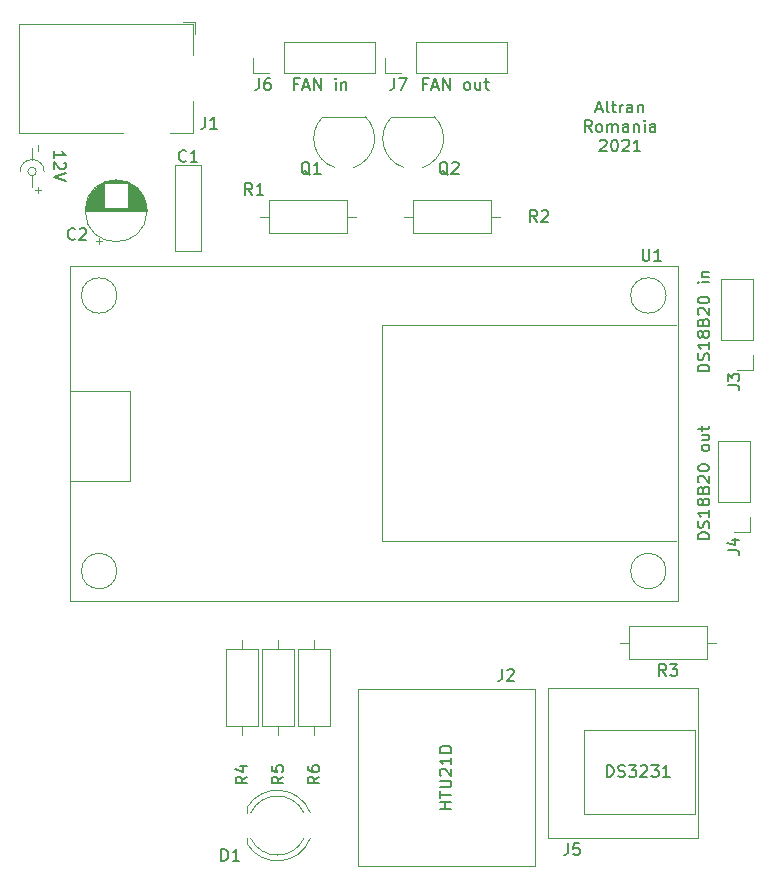
<source format=gbr>
%TF.GenerationSoftware,KiCad,Pcbnew,(5.1.9)-1*%
%TF.CreationDate,2021-07-15T08:49:35+03:00*%
%TF.ProjectId,SmartAirExchanger,536d6172-7441-4697-9245-786368616e67,rev?*%
%TF.SameCoordinates,PX6d01460PY68290a0*%
%TF.FileFunction,Legend,Top*%
%TF.FilePolarity,Positive*%
%FSLAX46Y46*%
G04 Gerber Fmt 4.6, Leading zero omitted, Abs format (unit mm)*
G04 Created by KiCad (PCBNEW (5.1.9)-1) date 2021-07-15 08:49:35*
%MOMM*%
%LPD*%
G01*
G04 APERTURE LIST*
%ADD10C,0.120000*%
%ADD11C,0.150000*%
%ADD12C,1.524000*%
%ADD13C,1.600000*%
%ADD14R,1.600000X1.600000*%
%ADD15R,3.500000X3.500000*%
%ADD16O,1.700000X1.700000*%
%ADD17R,1.700000X1.700000*%
%ADD18R,1.100000X1.800000*%
%ADD19O,1.600000X1.600000*%
%ADD20O,1.200000X2.000000*%
%ADD21R,1.524000X1.524000*%
%ADD22R,1.800000X1.800000*%
%ADD23C,1.800000*%
G04 APERTURE END LIST*
D10*
X3048000Y60706000D02*
X2540000Y60706000D01*
X2794000Y60960000D02*
X2794000Y60452000D01*
X2794000Y64516000D02*
X2794000Y64008000D01*
X2286000Y63246000D02*
X2286000Y64262000D01*
X2286000Y61870790D02*
X2286000Y60960000D01*
X2645210Y62230000D02*
G75*
G03*
X2645210Y62230000I-359210J0D01*
G01*
X1270000Y62230000D02*
G75*
G02*
X3302000Y62230000I1016000J0D01*
G01*
D11*
X50070000Y67523334D02*
X50546190Y67523334D01*
X49974761Y67237620D02*
X50308095Y68237620D01*
X50641428Y67237620D01*
X51117619Y67237620D02*
X51022380Y67285239D01*
X50974761Y67380477D01*
X50974761Y68237620D01*
X51355714Y67904286D02*
X51736666Y67904286D01*
X51498571Y68237620D02*
X51498571Y67380477D01*
X51546190Y67285239D01*
X51641428Y67237620D01*
X51736666Y67237620D01*
X52070000Y67237620D02*
X52070000Y67904286D01*
X52070000Y67713810D02*
X52117619Y67809048D01*
X52165238Y67856667D01*
X52260476Y67904286D01*
X52355714Y67904286D01*
X53117619Y67237620D02*
X53117619Y67761429D01*
X53070000Y67856667D01*
X52974761Y67904286D01*
X52784285Y67904286D01*
X52689047Y67856667D01*
X53117619Y67285239D02*
X53022380Y67237620D01*
X52784285Y67237620D01*
X52689047Y67285239D01*
X52641428Y67380477D01*
X52641428Y67475715D01*
X52689047Y67570953D01*
X52784285Y67618572D01*
X53022380Y67618572D01*
X53117619Y67666191D01*
X53593809Y67904286D02*
X53593809Y67237620D01*
X53593809Y67809048D02*
X53641428Y67856667D01*
X53736666Y67904286D01*
X53879523Y67904286D01*
X53974761Y67856667D01*
X54022380Y67761429D01*
X54022380Y67237620D01*
X49665238Y65587620D02*
X49331904Y66063810D01*
X49093809Y65587620D02*
X49093809Y66587620D01*
X49474761Y66587620D01*
X49570000Y66540000D01*
X49617619Y66492381D01*
X49665238Y66397143D01*
X49665238Y66254286D01*
X49617619Y66159048D01*
X49570000Y66111429D01*
X49474761Y66063810D01*
X49093809Y66063810D01*
X50236666Y65587620D02*
X50141428Y65635239D01*
X50093809Y65682858D01*
X50046190Y65778096D01*
X50046190Y66063810D01*
X50093809Y66159048D01*
X50141428Y66206667D01*
X50236666Y66254286D01*
X50379523Y66254286D01*
X50474761Y66206667D01*
X50522380Y66159048D01*
X50570000Y66063810D01*
X50570000Y65778096D01*
X50522380Y65682858D01*
X50474761Y65635239D01*
X50379523Y65587620D01*
X50236666Y65587620D01*
X50998571Y65587620D02*
X50998571Y66254286D01*
X50998571Y66159048D02*
X51046190Y66206667D01*
X51141428Y66254286D01*
X51284285Y66254286D01*
X51379523Y66206667D01*
X51427142Y66111429D01*
X51427142Y65587620D01*
X51427142Y66111429D02*
X51474761Y66206667D01*
X51570000Y66254286D01*
X51712857Y66254286D01*
X51808095Y66206667D01*
X51855714Y66111429D01*
X51855714Y65587620D01*
X52760476Y65587620D02*
X52760476Y66111429D01*
X52712857Y66206667D01*
X52617619Y66254286D01*
X52427142Y66254286D01*
X52331904Y66206667D01*
X52760476Y65635239D02*
X52665238Y65587620D01*
X52427142Y65587620D01*
X52331904Y65635239D01*
X52284285Y65730477D01*
X52284285Y65825715D01*
X52331904Y65920953D01*
X52427142Y65968572D01*
X52665238Y65968572D01*
X52760476Y66016191D01*
X53236666Y66254286D02*
X53236666Y65587620D01*
X53236666Y66159048D02*
X53284285Y66206667D01*
X53379523Y66254286D01*
X53522380Y66254286D01*
X53617619Y66206667D01*
X53665238Y66111429D01*
X53665238Y65587620D01*
X54141428Y65587620D02*
X54141428Y66254286D01*
X54141428Y66587620D02*
X54093809Y66540000D01*
X54141428Y66492381D01*
X54189047Y66540000D01*
X54141428Y66587620D01*
X54141428Y66492381D01*
X55046190Y65587620D02*
X55046190Y66111429D01*
X54998571Y66206667D01*
X54903333Y66254286D01*
X54712857Y66254286D01*
X54617619Y66206667D01*
X55046190Y65635239D02*
X54950952Y65587620D01*
X54712857Y65587620D01*
X54617619Y65635239D01*
X54570000Y65730477D01*
X54570000Y65825715D01*
X54617619Y65920953D01*
X54712857Y65968572D01*
X54950952Y65968572D01*
X55046190Y66016191D01*
X50355714Y64842381D02*
X50403333Y64890000D01*
X50498571Y64937620D01*
X50736666Y64937620D01*
X50831904Y64890000D01*
X50879523Y64842381D01*
X50927142Y64747143D01*
X50927142Y64651905D01*
X50879523Y64509048D01*
X50308095Y63937620D01*
X50927142Y63937620D01*
X51546190Y64937620D02*
X51641428Y64937620D01*
X51736666Y64890000D01*
X51784285Y64842381D01*
X51831904Y64747143D01*
X51879523Y64556667D01*
X51879523Y64318572D01*
X51831904Y64128096D01*
X51784285Y64032858D01*
X51736666Y63985239D01*
X51641428Y63937620D01*
X51546190Y63937620D01*
X51450952Y63985239D01*
X51403333Y64032858D01*
X51355714Y64128096D01*
X51308095Y64318572D01*
X51308095Y64556667D01*
X51355714Y64747143D01*
X51403333Y64842381D01*
X51450952Y64890000D01*
X51546190Y64937620D01*
X52260476Y64842381D02*
X52308095Y64890000D01*
X52403333Y64937620D01*
X52641428Y64937620D01*
X52736666Y64890000D01*
X52784285Y64842381D01*
X52831904Y64747143D01*
X52831904Y64651905D01*
X52784285Y64509048D01*
X52212857Y63937620D01*
X52831904Y63937620D01*
X53784285Y63937620D02*
X53212857Y63937620D01*
X53498571Y63937620D02*
X53498571Y64937620D01*
X53403333Y64794762D01*
X53308095Y64699524D01*
X53212857Y64651905D01*
X4119619Y63357048D02*
X4119619Y63928477D01*
X4119619Y63642762D02*
X5119619Y63642762D01*
X4976761Y63738000D01*
X4881523Y63833239D01*
X4833904Y63928477D01*
X5024380Y62976096D02*
X5072000Y62928477D01*
X5119619Y62833239D01*
X5119619Y62595143D01*
X5072000Y62499905D01*
X5024380Y62452286D01*
X4929142Y62404667D01*
X4833904Y62404667D01*
X4691047Y62452286D01*
X4119619Y63023715D01*
X4119619Y62404667D01*
X5119619Y62118953D02*
X4119619Y61785620D01*
X5119619Y61452286D01*
X59634380Y31099715D02*
X58634380Y31099715D01*
X58634380Y31337810D01*
X58682000Y31480667D01*
X58777238Y31575905D01*
X58872476Y31623524D01*
X59062952Y31671143D01*
X59205809Y31671143D01*
X59396285Y31623524D01*
X59491523Y31575905D01*
X59586761Y31480667D01*
X59634380Y31337810D01*
X59634380Y31099715D01*
X59586761Y32052096D02*
X59634380Y32194953D01*
X59634380Y32433048D01*
X59586761Y32528286D01*
X59539142Y32575905D01*
X59443904Y32623524D01*
X59348666Y32623524D01*
X59253428Y32575905D01*
X59205809Y32528286D01*
X59158190Y32433048D01*
X59110571Y32242572D01*
X59062952Y32147334D01*
X59015333Y32099715D01*
X58920095Y32052096D01*
X58824857Y32052096D01*
X58729619Y32099715D01*
X58682000Y32147334D01*
X58634380Y32242572D01*
X58634380Y32480667D01*
X58682000Y32623524D01*
X59634380Y33575905D02*
X59634380Y33004477D01*
X59634380Y33290191D02*
X58634380Y33290191D01*
X58777238Y33194953D01*
X58872476Y33099715D01*
X58920095Y33004477D01*
X59062952Y34147334D02*
X59015333Y34052096D01*
X58967714Y34004477D01*
X58872476Y33956858D01*
X58824857Y33956858D01*
X58729619Y34004477D01*
X58682000Y34052096D01*
X58634380Y34147334D01*
X58634380Y34337810D01*
X58682000Y34433048D01*
X58729619Y34480667D01*
X58824857Y34528286D01*
X58872476Y34528286D01*
X58967714Y34480667D01*
X59015333Y34433048D01*
X59062952Y34337810D01*
X59062952Y34147334D01*
X59110571Y34052096D01*
X59158190Y34004477D01*
X59253428Y33956858D01*
X59443904Y33956858D01*
X59539142Y34004477D01*
X59586761Y34052096D01*
X59634380Y34147334D01*
X59634380Y34337810D01*
X59586761Y34433048D01*
X59539142Y34480667D01*
X59443904Y34528286D01*
X59253428Y34528286D01*
X59158190Y34480667D01*
X59110571Y34433048D01*
X59062952Y34337810D01*
X59110571Y35290191D02*
X59158190Y35433048D01*
X59205809Y35480667D01*
X59301047Y35528286D01*
X59443904Y35528286D01*
X59539142Y35480667D01*
X59586761Y35433048D01*
X59634380Y35337810D01*
X59634380Y34956858D01*
X58634380Y34956858D01*
X58634380Y35290191D01*
X58682000Y35385429D01*
X58729619Y35433048D01*
X58824857Y35480667D01*
X58920095Y35480667D01*
X59015333Y35433048D01*
X59062952Y35385429D01*
X59110571Y35290191D01*
X59110571Y34956858D01*
X58729619Y35909239D02*
X58682000Y35956858D01*
X58634380Y36052096D01*
X58634380Y36290191D01*
X58682000Y36385429D01*
X58729619Y36433048D01*
X58824857Y36480667D01*
X58920095Y36480667D01*
X59062952Y36433048D01*
X59634380Y35861620D01*
X59634380Y36480667D01*
X58634380Y37099715D02*
X58634380Y37194953D01*
X58682000Y37290191D01*
X58729619Y37337810D01*
X58824857Y37385429D01*
X59015333Y37433048D01*
X59253428Y37433048D01*
X59443904Y37385429D01*
X59539142Y37337810D01*
X59586761Y37290191D01*
X59634380Y37194953D01*
X59634380Y37099715D01*
X59586761Y37004477D01*
X59539142Y36956858D01*
X59443904Y36909239D01*
X59253428Y36861620D01*
X59015333Y36861620D01*
X58824857Y36909239D01*
X58729619Y36956858D01*
X58682000Y37004477D01*
X58634380Y37099715D01*
X59634380Y38766381D02*
X59586761Y38671143D01*
X59539142Y38623524D01*
X59443904Y38575905D01*
X59158190Y38575905D01*
X59062952Y38623524D01*
X59015333Y38671143D01*
X58967714Y38766381D01*
X58967714Y38909239D01*
X59015333Y39004477D01*
X59062952Y39052096D01*
X59158190Y39099715D01*
X59443904Y39099715D01*
X59539142Y39052096D01*
X59586761Y39004477D01*
X59634380Y38909239D01*
X59634380Y38766381D01*
X58967714Y39956858D02*
X59634380Y39956858D01*
X58967714Y39528286D02*
X59491523Y39528286D01*
X59586761Y39575905D01*
X59634380Y39671143D01*
X59634380Y39814000D01*
X59586761Y39909239D01*
X59539142Y39956858D01*
X58967714Y40290191D02*
X58967714Y40671143D01*
X58634380Y40433048D02*
X59491523Y40433048D01*
X59586761Y40480667D01*
X59634380Y40575905D01*
X59634380Y40671143D01*
X59634380Y45315715D02*
X58634380Y45315715D01*
X58634380Y45553810D01*
X58682000Y45696667D01*
X58777238Y45791905D01*
X58872476Y45839524D01*
X59062952Y45887143D01*
X59205809Y45887143D01*
X59396285Y45839524D01*
X59491523Y45791905D01*
X59586761Y45696667D01*
X59634380Y45553810D01*
X59634380Y45315715D01*
X59586761Y46268096D02*
X59634380Y46410953D01*
X59634380Y46649048D01*
X59586761Y46744286D01*
X59539142Y46791905D01*
X59443904Y46839524D01*
X59348666Y46839524D01*
X59253428Y46791905D01*
X59205809Y46744286D01*
X59158190Y46649048D01*
X59110571Y46458572D01*
X59062952Y46363334D01*
X59015333Y46315715D01*
X58920095Y46268096D01*
X58824857Y46268096D01*
X58729619Y46315715D01*
X58682000Y46363334D01*
X58634380Y46458572D01*
X58634380Y46696667D01*
X58682000Y46839524D01*
X59634380Y47791905D02*
X59634380Y47220477D01*
X59634380Y47506191D02*
X58634380Y47506191D01*
X58777238Y47410953D01*
X58872476Y47315715D01*
X58920095Y47220477D01*
X59062952Y48363334D02*
X59015333Y48268096D01*
X58967714Y48220477D01*
X58872476Y48172858D01*
X58824857Y48172858D01*
X58729619Y48220477D01*
X58682000Y48268096D01*
X58634380Y48363334D01*
X58634380Y48553810D01*
X58682000Y48649048D01*
X58729619Y48696667D01*
X58824857Y48744286D01*
X58872476Y48744286D01*
X58967714Y48696667D01*
X59015333Y48649048D01*
X59062952Y48553810D01*
X59062952Y48363334D01*
X59110571Y48268096D01*
X59158190Y48220477D01*
X59253428Y48172858D01*
X59443904Y48172858D01*
X59539142Y48220477D01*
X59586761Y48268096D01*
X59634380Y48363334D01*
X59634380Y48553810D01*
X59586761Y48649048D01*
X59539142Y48696667D01*
X59443904Y48744286D01*
X59253428Y48744286D01*
X59158190Y48696667D01*
X59110571Y48649048D01*
X59062952Y48553810D01*
X59110571Y49506191D02*
X59158190Y49649048D01*
X59205809Y49696667D01*
X59301047Y49744286D01*
X59443904Y49744286D01*
X59539142Y49696667D01*
X59586761Y49649048D01*
X59634380Y49553810D01*
X59634380Y49172858D01*
X58634380Y49172858D01*
X58634380Y49506191D01*
X58682000Y49601429D01*
X58729619Y49649048D01*
X58824857Y49696667D01*
X58920095Y49696667D01*
X59015333Y49649048D01*
X59062952Y49601429D01*
X59110571Y49506191D01*
X59110571Y49172858D01*
X58729619Y50125239D02*
X58682000Y50172858D01*
X58634380Y50268096D01*
X58634380Y50506191D01*
X58682000Y50601429D01*
X58729619Y50649048D01*
X58824857Y50696667D01*
X58920095Y50696667D01*
X59062952Y50649048D01*
X59634380Y50077620D01*
X59634380Y50696667D01*
X58634380Y51315715D02*
X58634380Y51410953D01*
X58682000Y51506191D01*
X58729619Y51553810D01*
X58824857Y51601429D01*
X59015333Y51649048D01*
X59253428Y51649048D01*
X59443904Y51601429D01*
X59539142Y51553810D01*
X59586761Y51506191D01*
X59634380Y51410953D01*
X59634380Y51315715D01*
X59586761Y51220477D01*
X59539142Y51172858D01*
X59443904Y51125239D01*
X59253428Y51077620D01*
X59015333Y51077620D01*
X58824857Y51125239D01*
X58729619Y51172858D01*
X58682000Y51220477D01*
X58634380Y51315715D01*
X59634380Y52839524D02*
X58967714Y52839524D01*
X58634380Y52839524D02*
X58682000Y52791905D01*
X58729619Y52839524D01*
X58682000Y52887143D01*
X58634380Y52839524D01*
X58729619Y52839524D01*
X58967714Y53315715D02*
X59634380Y53315715D01*
X59062952Y53315715D02*
X59015333Y53363334D01*
X58967714Y53458572D01*
X58967714Y53601429D01*
X59015333Y53696667D01*
X59110571Y53744286D01*
X59634380Y53744286D01*
X35719047Y69667429D02*
X35385714Y69667429D01*
X35385714Y69143620D02*
X35385714Y70143620D01*
X35861904Y70143620D01*
X36195238Y69429334D02*
X36671428Y69429334D01*
X36100000Y69143620D02*
X36433333Y70143620D01*
X36766666Y69143620D01*
X37100000Y69143620D02*
X37100000Y70143620D01*
X37671428Y69143620D01*
X37671428Y70143620D01*
X39052380Y69143620D02*
X38957142Y69191239D01*
X38909523Y69238858D01*
X38861904Y69334096D01*
X38861904Y69619810D01*
X38909523Y69715048D01*
X38957142Y69762667D01*
X39052380Y69810286D01*
X39195238Y69810286D01*
X39290476Y69762667D01*
X39338095Y69715048D01*
X39385714Y69619810D01*
X39385714Y69334096D01*
X39338095Y69238858D01*
X39290476Y69191239D01*
X39195238Y69143620D01*
X39052380Y69143620D01*
X40242857Y69810286D02*
X40242857Y69143620D01*
X39814285Y69810286D02*
X39814285Y69286477D01*
X39861904Y69191239D01*
X39957142Y69143620D01*
X40100000Y69143620D01*
X40195238Y69191239D01*
X40242857Y69238858D01*
X40576190Y69810286D02*
X40957142Y69810286D01*
X40719047Y70143620D02*
X40719047Y69286477D01*
X40766666Y69191239D01*
X40861904Y69143620D01*
X40957142Y69143620D01*
X24789047Y69667429D02*
X24455714Y69667429D01*
X24455714Y69143620D02*
X24455714Y70143620D01*
X24931904Y70143620D01*
X25265238Y69429334D02*
X25741428Y69429334D01*
X25170000Y69143620D02*
X25503333Y70143620D01*
X25836666Y69143620D01*
X26170000Y69143620D02*
X26170000Y70143620D01*
X26741428Y69143620D01*
X26741428Y70143620D01*
X27979523Y69143620D02*
X27979523Y69810286D01*
X27979523Y70143620D02*
X27931904Y70096000D01*
X27979523Y70048381D01*
X28027142Y70096000D01*
X27979523Y70143620D01*
X27979523Y70048381D01*
X28455714Y69810286D02*
X28455714Y69143620D01*
X28455714Y69715048D02*
X28503333Y69762667D01*
X28598571Y69810286D01*
X28741428Y69810286D01*
X28836666Y69762667D01*
X28884285Y69667429D01*
X28884285Y69143620D01*
D10*
%TO.C,J2*%
X44838000Y3422000D02*
X44838000Y18422000D01*
X44838000Y18422000D02*
X29838000Y18422000D01*
X44838000Y3422000D02*
X29838000Y3422000D01*
X29838000Y3422000D02*
X29838000Y18422000D01*
%TO.C,C1*%
X14374000Y62762000D02*
X16614000Y62762000D01*
X14374000Y55522000D02*
X16614000Y55522000D01*
X16614000Y55522000D02*
X16614000Y62762000D01*
X14374000Y55522000D02*
X14374000Y62762000D01*
%TO.C,C2*%
X7673000Y56353225D02*
X8173000Y56353225D01*
X7923000Y56103225D02*
X7923000Y56603225D01*
X9114000Y61509000D02*
X9682000Y61509000D01*
X8880000Y61469000D02*
X9916000Y61469000D01*
X8721000Y61429000D02*
X10075000Y61429000D01*
X8593000Y61389000D02*
X10203000Y61389000D01*
X8483000Y61349000D02*
X10313000Y61349000D01*
X8387000Y61309000D02*
X10409000Y61309000D01*
X8300000Y61269000D02*
X10496000Y61269000D01*
X8220000Y61229000D02*
X10576000Y61229000D01*
X10438000Y61189000D02*
X10649000Y61189000D01*
X8147000Y61189000D02*
X8358000Y61189000D01*
X10438000Y61149000D02*
X10717000Y61149000D01*
X8079000Y61149000D02*
X8358000Y61149000D01*
X10438000Y61109000D02*
X10781000Y61109000D01*
X8015000Y61109000D02*
X8358000Y61109000D01*
X10438000Y61069000D02*
X10841000Y61069000D01*
X7955000Y61069000D02*
X8358000Y61069000D01*
X10438000Y61029000D02*
X10898000Y61029000D01*
X7898000Y61029000D02*
X8358000Y61029000D01*
X10438000Y60989000D02*
X10952000Y60989000D01*
X7844000Y60989000D02*
X8358000Y60989000D01*
X10438000Y60949000D02*
X11003000Y60949000D01*
X7793000Y60949000D02*
X8358000Y60949000D01*
X10438000Y60909000D02*
X11051000Y60909000D01*
X7745000Y60909000D02*
X8358000Y60909000D01*
X10438000Y60869000D02*
X11097000Y60869000D01*
X7699000Y60869000D02*
X8358000Y60869000D01*
X10438000Y60829000D02*
X11141000Y60829000D01*
X7655000Y60829000D02*
X8358000Y60829000D01*
X10438000Y60789000D02*
X11183000Y60789000D01*
X7613000Y60789000D02*
X8358000Y60789000D01*
X10438000Y60749000D02*
X11224000Y60749000D01*
X7572000Y60749000D02*
X8358000Y60749000D01*
X10438000Y60709000D02*
X11262000Y60709000D01*
X7534000Y60709000D02*
X8358000Y60709000D01*
X10438000Y60669000D02*
X11299000Y60669000D01*
X7497000Y60669000D02*
X8358000Y60669000D01*
X10438000Y60629000D02*
X11335000Y60629000D01*
X7461000Y60629000D02*
X8358000Y60629000D01*
X10438000Y60589000D02*
X11369000Y60589000D01*
X7427000Y60589000D02*
X8358000Y60589000D01*
X10438000Y60549000D02*
X11402000Y60549000D01*
X7394000Y60549000D02*
X8358000Y60549000D01*
X10438000Y60509000D02*
X11433000Y60509000D01*
X7363000Y60509000D02*
X8358000Y60509000D01*
X10438000Y60469000D02*
X11463000Y60469000D01*
X7333000Y60469000D02*
X8358000Y60469000D01*
X10438000Y60429000D02*
X11493000Y60429000D01*
X7303000Y60429000D02*
X8358000Y60429000D01*
X10438000Y60389000D02*
X11520000Y60389000D01*
X7276000Y60389000D02*
X8358000Y60389000D01*
X10438000Y60349000D02*
X11547000Y60349000D01*
X7249000Y60349000D02*
X8358000Y60349000D01*
X10438000Y60309000D02*
X11573000Y60309000D01*
X7223000Y60309000D02*
X8358000Y60309000D01*
X10438000Y60269000D02*
X11598000Y60269000D01*
X7198000Y60269000D02*
X8358000Y60269000D01*
X10438000Y60229000D02*
X11622000Y60229000D01*
X7174000Y60229000D02*
X8358000Y60229000D01*
X10438000Y60189000D02*
X11645000Y60189000D01*
X7151000Y60189000D02*
X8358000Y60189000D01*
X10438000Y60149000D02*
X11666000Y60149000D01*
X7130000Y60149000D02*
X8358000Y60149000D01*
X10438000Y60109000D02*
X11688000Y60109000D01*
X7108000Y60109000D02*
X8358000Y60109000D01*
X10438000Y60069000D02*
X11708000Y60069000D01*
X7088000Y60069000D02*
X8358000Y60069000D01*
X10438000Y60029000D02*
X11727000Y60029000D01*
X7069000Y60029000D02*
X8358000Y60029000D01*
X10438000Y59989000D02*
X11746000Y59989000D01*
X7050000Y59989000D02*
X8358000Y59989000D01*
X10438000Y59949000D02*
X11763000Y59949000D01*
X7033000Y59949000D02*
X8358000Y59949000D01*
X10438000Y59909000D02*
X11780000Y59909000D01*
X7016000Y59909000D02*
X8358000Y59909000D01*
X10438000Y59869000D02*
X11796000Y59869000D01*
X7000000Y59869000D02*
X8358000Y59869000D01*
X10438000Y59829000D02*
X11812000Y59829000D01*
X6984000Y59829000D02*
X8358000Y59829000D01*
X10438000Y59789000D02*
X11826000Y59789000D01*
X6970000Y59789000D02*
X8358000Y59789000D01*
X10438000Y59749000D02*
X11840000Y59749000D01*
X6956000Y59749000D02*
X8358000Y59749000D01*
X10438000Y59709000D02*
X11853000Y59709000D01*
X6943000Y59709000D02*
X8358000Y59709000D01*
X10438000Y59669000D02*
X11866000Y59669000D01*
X6930000Y59669000D02*
X8358000Y59669000D01*
X10438000Y59629000D02*
X11878000Y59629000D01*
X6918000Y59629000D02*
X8358000Y59629000D01*
X10438000Y59588000D02*
X11889000Y59588000D01*
X6907000Y59588000D02*
X8358000Y59588000D01*
X10438000Y59548000D02*
X11899000Y59548000D01*
X6897000Y59548000D02*
X8358000Y59548000D01*
X10438000Y59508000D02*
X11909000Y59508000D01*
X6887000Y59508000D02*
X8358000Y59508000D01*
X10438000Y59468000D02*
X11918000Y59468000D01*
X6878000Y59468000D02*
X8358000Y59468000D01*
X10438000Y59428000D02*
X11926000Y59428000D01*
X6870000Y59428000D02*
X8358000Y59428000D01*
X10438000Y59388000D02*
X11934000Y59388000D01*
X6862000Y59388000D02*
X8358000Y59388000D01*
X10438000Y59348000D02*
X11941000Y59348000D01*
X6855000Y59348000D02*
X8358000Y59348000D01*
X10438000Y59308000D02*
X11948000Y59308000D01*
X6848000Y59308000D02*
X8358000Y59308000D01*
X10438000Y59268000D02*
X11954000Y59268000D01*
X6842000Y59268000D02*
X8358000Y59268000D01*
X10438000Y59228000D02*
X11959000Y59228000D01*
X6837000Y59228000D02*
X8358000Y59228000D01*
X10438000Y59188000D02*
X11963000Y59188000D01*
X6833000Y59188000D02*
X8358000Y59188000D01*
X10438000Y59148000D02*
X11967000Y59148000D01*
X6829000Y59148000D02*
X8358000Y59148000D01*
X6825000Y59108000D02*
X11971000Y59108000D01*
X6822000Y59068000D02*
X11974000Y59068000D01*
X6820000Y59028000D02*
X11976000Y59028000D01*
X6819000Y58988000D02*
X11977000Y58988000D01*
X6818000Y58948000D02*
X11978000Y58948000D01*
X6818000Y58908000D02*
X11978000Y58908000D01*
X12018000Y58908000D02*
G75*
G03*
X12018000Y58908000I-2620000J0D01*
G01*
%TO.C,J1*%
X15886000Y74704000D02*
X15886000Y72104000D01*
X1186000Y74704000D02*
X15886000Y74704000D01*
X15886000Y65504000D02*
X13986000Y65504000D01*
X15886000Y68204000D02*
X15886000Y65504000D01*
X1186000Y65504000D02*
X1186000Y74704000D01*
X9986000Y65504000D02*
X1186000Y65504000D01*
X15036000Y74904000D02*
X16086000Y74904000D01*
X16086000Y73854000D02*
X16086000Y74904000D01*
%TO.C,J3*%
X63306000Y53146000D02*
X60646000Y53146000D01*
X63306000Y48006000D02*
X63306000Y53146000D01*
X60646000Y48006000D02*
X60646000Y53146000D01*
X63306000Y48006000D02*
X60646000Y48006000D01*
X63306000Y46736000D02*
X63306000Y45406000D01*
X63306000Y45406000D02*
X61976000Y45406000D01*
%TO.C,J4*%
X63052000Y31690000D02*
X61722000Y31690000D01*
X63052000Y33020000D02*
X63052000Y31690000D01*
X63052000Y34290000D02*
X60392000Y34290000D01*
X60392000Y34290000D02*
X60392000Y39430000D01*
X63052000Y34290000D02*
X63052000Y39430000D01*
X63052000Y39430000D02*
X60392000Y39430000D01*
%TO.C,Q1*%
X30502000Y66874000D02*
X26902000Y66874000D01*
X30513875Y66865741D02*
G75*
G02*
X29522000Y62574000I-1811875J-1841741D01*
G01*
X26893555Y66851684D02*
G75*
G03*
X27922000Y62574000I1808445J-1827684D01*
G01*
%TO.C,Q2*%
X36344000Y66874000D02*
X32744000Y66874000D01*
X32735555Y66851684D02*
G75*
G03*
X33764000Y62574000I1808445J-1827684D01*
G01*
X36355875Y66865741D02*
G75*
G02*
X35364000Y62574000I-1811875J-1841741D01*
G01*
%TO.C,R1*%
X21614000Y58420000D02*
X22384000Y58420000D01*
X29694000Y58420000D02*
X28924000Y58420000D01*
X22384000Y57050000D02*
X28924000Y57050000D01*
X22384000Y59790000D02*
X22384000Y57050000D01*
X28924000Y59790000D02*
X22384000Y59790000D01*
X28924000Y57050000D02*
X28924000Y59790000D01*
%TO.C,R2*%
X34576000Y59790000D02*
X34576000Y57050000D01*
X34576000Y57050000D02*
X41116000Y57050000D01*
X41116000Y57050000D02*
X41116000Y59790000D01*
X41116000Y59790000D02*
X34576000Y59790000D01*
X33806000Y58420000D02*
X34576000Y58420000D01*
X41886000Y58420000D02*
X41116000Y58420000D01*
%TO.C,R3*%
X52094000Y22352000D02*
X52864000Y22352000D01*
X60174000Y22352000D02*
X59404000Y22352000D01*
X52864000Y20982000D02*
X59404000Y20982000D01*
X52864000Y23722000D02*
X52864000Y20982000D01*
X59404000Y23722000D02*
X52864000Y23722000D01*
X59404000Y20982000D02*
X59404000Y23722000D01*
%TO.C,R4*%
X18696000Y15272000D02*
X21436000Y15272000D01*
X21436000Y15272000D02*
X21436000Y21812000D01*
X21436000Y21812000D02*
X18696000Y21812000D01*
X18696000Y21812000D02*
X18696000Y15272000D01*
X20066000Y14502000D02*
X20066000Y15272000D01*
X20066000Y22582000D02*
X20066000Y21812000D01*
%TO.C,R5*%
X23114000Y22582000D02*
X23114000Y21812000D01*
X23114000Y14502000D02*
X23114000Y15272000D01*
X21744000Y21812000D02*
X21744000Y15272000D01*
X24484000Y21812000D02*
X21744000Y21812000D01*
X24484000Y15272000D02*
X24484000Y21812000D01*
X21744000Y15272000D02*
X24484000Y15272000D01*
%TO.C,R6*%
X24792000Y15272000D02*
X27532000Y15272000D01*
X27532000Y15272000D02*
X27532000Y21812000D01*
X27532000Y21812000D02*
X24792000Y21812000D01*
X24792000Y21812000D02*
X24792000Y15272000D01*
X26162000Y14502000D02*
X26162000Y15272000D01*
X26162000Y22582000D02*
X26162000Y21812000D01*
%TO.C,U1*%
X10541000Y36068000D02*
X5461000Y36068000D01*
X10541000Y43688000D02*
X10541000Y36068000D01*
X5461000Y43688000D02*
X10541000Y43688000D01*
X31877000Y30988000D02*
X56769000Y30988000D01*
X31877000Y49276000D02*
X31877000Y30988000D01*
X56769000Y49276000D02*
X31877000Y49276000D01*
X5461000Y25908000D02*
X56961000Y25908000D01*
X56961000Y25908000D02*
X56961000Y54208000D01*
X56961000Y54238000D02*
X5461000Y54238000D01*
X5461000Y54238000D02*
X5461000Y25908000D01*
X9461000Y51738000D02*
G75*
G03*
X9461000Y51738000I-1500000J0D01*
G01*
X9461000Y28408000D02*
G75*
G03*
X9461000Y28408000I-1500000J0D01*
G01*
X55961000Y51738000D02*
G75*
G03*
X55961000Y51738000I-1500000J0D01*
G01*
X55961000Y28408000D02*
G75*
G03*
X55961000Y28408000I-1500000J0D01*
G01*
%TO.C,J6*%
X31302000Y70552000D02*
X31302000Y73212000D01*
X23622000Y70552000D02*
X31302000Y70552000D01*
X23622000Y73212000D02*
X31302000Y73212000D01*
X23622000Y70552000D02*
X23622000Y73212000D01*
X22352000Y70552000D02*
X21022000Y70552000D01*
X21022000Y70552000D02*
X21022000Y71882000D01*
%TO.C,J7*%
X32198000Y70552000D02*
X32198000Y71882000D01*
X33528000Y70552000D02*
X32198000Y70552000D01*
X34798000Y70552000D02*
X34798000Y73212000D01*
X34798000Y73212000D02*
X42478000Y73212000D01*
X34798000Y70552000D02*
X42478000Y70552000D01*
X42478000Y70552000D02*
X42478000Y73212000D01*
%TO.C,J5*%
X45974000Y5842000D02*
X58674000Y5842000D01*
X58674000Y5842000D02*
X58674000Y18542000D01*
X58674000Y18542000D02*
X45974000Y18542000D01*
X45974000Y18542000D02*
X45974000Y5842000D01*
X49022000Y14986000D02*
X49022000Y7874000D01*
X49022000Y7874000D02*
X58420000Y7874000D01*
X58420000Y7874000D02*
X58420000Y14986000D01*
X58420000Y14986000D02*
X49022000Y14986000D01*
%TO.C,D1*%
X20490500Y8403000D02*
X20490500Y7938000D01*
X20490500Y5778000D02*
X20490500Y5313000D01*
X25838315Y7938827D02*
G75*
G03*
X20490500Y8402830I-2787815J-1080827D01*
G01*
X25838315Y5777173D02*
G75*
G02*
X20490500Y5313170I-2787815J1080827D01*
G01*
X25304979Y7938429D02*
G75*
G03*
X20795816Y7938000I-2254479J-1080429D01*
G01*
X25304979Y5777571D02*
G75*
G02*
X20795816Y5778000I-2254479J1080429D01*
G01*
%TO.C,J2*%
D11*
X42084666Y20105620D02*
X42084666Y19391334D01*
X42037047Y19248477D01*
X41941809Y19153239D01*
X41798952Y19105620D01*
X41703714Y19105620D01*
X42513238Y20010381D02*
X42560857Y20058000D01*
X42656095Y20105620D01*
X42894190Y20105620D01*
X42989428Y20058000D01*
X43037047Y20010381D01*
X43084666Y19915143D01*
X43084666Y19819905D01*
X43037047Y19677048D01*
X42465619Y19105620D01*
X43084666Y19105620D01*
X37790380Y8279143D02*
X36790380Y8279143D01*
X37266571Y8279143D02*
X37266571Y8850572D01*
X37790380Y8850572D02*
X36790380Y8850572D01*
X36790380Y9183905D02*
X36790380Y9755334D01*
X37790380Y9469620D02*
X36790380Y9469620D01*
X36790380Y10088667D02*
X37599904Y10088667D01*
X37695142Y10136286D01*
X37742761Y10183905D01*
X37790380Y10279143D01*
X37790380Y10469620D01*
X37742761Y10564858D01*
X37695142Y10612477D01*
X37599904Y10660096D01*
X36790380Y10660096D01*
X36885619Y11088667D02*
X36838000Y11136286D01*
X36790380Y11231524D01*
X36790380Y11469620D01*
X36838000Y11564858D01*
X36885619Y11612477D01*
X36980857Y11660096D01*
X37076095Y11660096D01*
X37218952Y11612477D01*
X37790380Y11041048D01*
X37790380Y11660096D01*
X37790380Y12612477D02*
X37790380Y12041048D01*
X37790380Y12326762D02*
X36790380Y12326762D01*
X36933238Y12231524D01*
X37028476Y12136286D01*
X37076095Y12041048D01*
X37790380Y13041048D02*
X36790380Y13041048D01*
X36790380Y13279143D01*
X36838000Y13422000D01*
X36933238Y13517239D01*
X37028476Y13564858D01*
X37218952Y13612477D01*
X37361809Y13612477D01*
X37552285Y13564858D01*
X37647523Y13517239D01*
X37742761Y13422000D01*
X37790380Y13279143D01*
X37790380Y13041048D01*
%TO.C,C1*%
X15327333Y63142858D02*
X15279714Y63095239D01*
X15136857Y63047620D01*
X15041619Y63047620D01*
X14898761Y63095239D01*
X14803523Y63190477D01*
X14755904Y63285715D01*
X14708285Y63476191D01*
X14708285Y63619048D01*
X14755904Y63809524D01*
X14803523Y63904762D01*
X14898761Y64000000D01*
X15041619Y64047620D01*
X15136857Y64047620D01*
X15279714Y64000000D01*
X15327333Y63952381D01*
X16279714Y63047620D02*
X15708285Y63047620D01*
X15994000Y63047620D02*
X15994000Y64047620D01*
X15898761Y63904762D01*
X15803523Y63809524D01*
X15708285Y63761905D01*
%TO.C,C2*%
X5929333Y56538858D02*
X5881714Y56491239D01*
X5738857Y56443620D01*
X5643619Y56443620D01*
X5500761Y56491239D01*
X5405523Y56586477D01*
X5357904Y56681715D01*
X5310285Y56872191D01*
X5310285Y57015048D01*
X5357904Y57205524D01*
X5405523Y57300762D01*
X5500761Y57396000D01*
X5643619Y57443620D01*
X5738857Y57443620D01*
X5881714Y57396000D01*
X5929333Y57348381D01*
X6310285Y57348381D02*
X6357904Y57396000D01*
X6453142Y57443620D01*
X6691238Y57443620D01*
X6786476Y57396000D01*
X6834095Y57348381D01*
X6881714Y57253143D01*
X6881714Y57157905D01*
X6834095Y57015048D01*
X6262666Y56443620D01*
X6881714Y56443620D01*
%TO.C,J1*%
X16938666Y66841620D02*
X16938666Y66127334D01*
X16891047Y65984477D01*
X16795809Y65889239D01*
X16652952Y65841620D01*
X16557714Y65841620D01*
X17938666Y65841620D02*
X17367238Y65841620D01*
X17652952Y65841620D02*
X17652952Y66841620D01*
X17557714Y66698762D01*
X17462476Y66603524D01*
X17367238Y66555905D01*
%TO.C,J3*%
X61174380Y44116667D02*
X61888666Y44116667D01*
X62031523Y44069048D01*
X62126761Y43973810D01*
X62174380Y43830953D01*
X62174380Y43735715D01*
X61174380Y44497620D02*
X61174380Y45116667D01*
X61555333Y44783334D01*
X61555333Y44926191D01*
X61602952Y45021429D01*
X61650571Y45069048D01*
X61745809Y45116667D01*
X61983904Y45116667D01*
X62079142Y45069048D01*
X62126761Y45021429D01*
X62174380Y44926191D01*
X62174380Y44640477D01*
X62126761Y44545239D01*
X62079142Y44497620D01*
%TO.C,J4*%
X61174380Y30146667D02*
X61888666Y30146667D01*
X62031523Y30099048D01*
X62126761Y30003810D01*
X62174380Y29860953D01*
X62174380Y29765715D01*
X61507714Y31051429D02*
X62174380Y31051429D01*
X61126761Y30813334D02*
X61841047Y30575239D01*
X61841047Y31194286D01*
%TO.C,Q1*%
X25812761Y61936381D02*
X25717523Y61984000D01*
X25622285Y62079239D01*
X25479428Y62222096D01*
X25384190Y62269715D01*
X25288952Y62269715D01*
X25336571Y62031620D02*
X25241333Y62079239D01*
X25146095Y62174477D01*
X25098476Y62364953D01*
X25098476Y62698286D01*
X25146095Y62888762D01*
X25241333Y62984000D01*
X25336571Y63031620D01*
X25527047Y63031620D01*
X25622285Y62984000D01*
X25717523Y62888762D01*
X25765142Y62698286D01*
X25765142Y62364953D01*
X25717523Y62174477D01*
X25622285Y62079239D01*
X25527047Y62031620D01*
X25336571Y62031620D01*
X26717523Y62031620D02*
X26146095Y62031620D01*
X26431809Y62031620D02*
X26431809Y63031620D01*
X26336571Y62888762D01*
X26241333Y62793524D01*
X26146095Y62745905D01*
%TO.C,Q2*%
X37496761Y61936381D02*
X37401523Y61984000D01*
X37306285Y62079239D01*
X37163428Y62222096D01*
X37068190Y62269715D01*
X36972952Y62269715D01*
X37020571Y62031620D02*
X36925333Y62079239D01*
X36830095Y62174477D01*
X36782476Y62364953D01*
X36782476Y62698286D01*
X36830095Y62888762D01*
X36925333Y62984000D01*
X37020571Y63031620D01*
X37211047Y63031620D01*
X37306285Y62984000D01*
X37401523Y62888762D01*
X37449142Y62698286D01*
X37449142Y62364953D01*
X37401523Y62174477D01*
X37306285Y62079239D01*
X37211047Y62031620D01*
X37020571Y62031620D01*
X37830095Y62936381D02*
X37877714Y62984000D01*
X37972952Y63031620D01*
X38211047Y63031620D01*
X38306285Y62984000D01*
X38353904Y62936381D01*
X38401523Y62841143D01*
X38401523Y62745905D01*
X38353904Y62603048D01*
X37782476Y62031620D01*
X38401523Y62031620D01*
%TO.C,R1*%
X20915333Y60253620D02*
X20582000Y60729810D01*
X20343904Y60253620D02*
X20343904Y61253620D01*
X20724857Y61253620D01*
X20820095Y61206000D01*
X20867714Y61158381D01*
X20915333Y61063143D01*
X20915333Y60920286D01*
X20867714Y60825048D01*
X20820095Y60777429D01*
X20724857Y60729810D01*
X20343904Y60729810D01*
X21867714Y60253620D02*
X21296285Y60253620D01*
X21582000Y60253620D02*
X21582000Y61253620D01*
X21486761Y61110762D01*
X21391523Y61015524D01*
X21296285Y60967905D01*
%TO.C,R2*%
X45045333Y57967620D02*
X44712000Y58443810D01*
X44473904Y57967620D02*
X44473904Y58967620D01*
X44854857Y58967620D01*
X44950095Y58920000D01*
X44997714Y58872381D01*
X45045333Y58777143D01*
X45045333Y58634286D01*
X44997714Y58539048D01*
X44950095Y58491429D01*
X44854857Y58443810D01*
X44473904Y58443810D01*
X45426285Y58872381D02*
X45473904Y58920000D01*
X45569142Y58967620D01*
X45807238Y58967620D01*
X45902476Y58920000D01*
X45950095Y58872381D01*
X45997714Y58777143D01*
X45997714Y58681905D01*
X45950095Y58539048D01*
X45378666Y57967620D01*
X45997714Y57967620D01*
%TO.C,R3*%
X55967333Y19529620D02*
X55634000Y20005810D01*
X55395904Y19529620D02*
X55395904Y20529620D01*
X55776857Y20529620D01*
X55872095Y20482000D01*
X55919714Y20434381D01*
X55967333Y20339143D01*
X55967333Y20196286D01*
X55919714Y20101048D01*
X55872095Y20053429D01*
X55776857Y20005810D01*
X55395904Y20005810D01*
X56300666Y20529620D02*
X56919714Y20529620D01*
X56586380Y20148667D01*
X56729238Y20148667D01*
X56824476Y20101048D01*
X56872095Y20053429D01*
X56919714Y19958191D01*
X56919714Y19720096D01*
X56872095Y19624858D01*
X56824476Y19577239D01*
X56729238Y19529620D01*
X56443523Y19529620D01*
X56348285Y19577239D01*
X56300666Y19624858D01*
%TO.C,R4*%
X20518380Y11009334D02*
X20042190Y10676000D01*
X20518380Y10437905D02*
X19518380Y10437905D01*
X19518380Y10818858D01*
X19566000Y10914096D01*
X19613619Y10961715D01*
X19708857Y11009334D01*
X19851714Y11009334D01*
X19946952Y10961715D01*
X19994571Y10914096D01*
X20042190Y10818858D01*
X20042190Y10437905D01*
X19851714Y11866477D02*
X20518380Y11866477D01*
X19470761Y11628381D02*
X20185047Y11390286D01*
X20185047Y12009334D01*
%TO.C,R5*%
X23566380Y11009334D02*
X23090190Y10676000D01*
X23566380Y10437905D02*
X22566380Y10437905D01*
X22566380Y10818858D01*
X22614000Y10914096D01*
X22661619Y10961715D01*
X22756857Y11009334D01*
X22899714Y11009334D01*
X22994952Y10961715D01*
X23042571Y10914096D01*
X23090190Y10818858D01*
X23090190Y10437905D01*
X22566380Y11914096D02*
X22566380Y11437905D01*
X23042571Y11390286D01*
X22994952Y11437905D01*
X22947333Y11533143D01*
X22947333Y11771239D01*
X22994952Y11866477D01*
X23042571Y11914096D01*
X23137809Y11961715D01*
X23375904Y11961715D01*
X23471142Y11914096D01*
X23518761Y11866477D01*
X23566380Y11771239D01*
X23566380Y11533143D01*
X23518761Y11437905D01*
X23471142Y11390286D01*
%TO.C,R6*%
X26614380Y11009334D02*
X26138190Y10676000D01*
X26614380Y10437905D02*
X25614380Y10437905D01*
X25614380Y10818858D01*
X25662000Y10914096D01*
X25709619Y10961715D01*
X25804857Y11009334D01*
X25947714Y11009334D01*
X26042952Y10961715D01*
X26090571Y10914096D01*
X26138190Y10818858D01*
X26138190Y10437905D01*
X25614380Y11866477D02*
X25614380Y11676000D01*
X25662000Y11580762D01*
X25709619Y11533143D01*
X25852476Y11437905D01*
X26042952Y11390286D01*
X26423904Y11390286D01*
X26519142Y11437905D01*
X26566761Y11485524D01*
X26614380Y11580762D01*
X26614380Y11771239D01*
X26566761Y11866477D01*
X26519142Y11914096D01*
X26423904Y11961715D01*
X26185809Y11961715D01*
X26090571Y11914096D01*
X26042952Y11866477D01*
X25995333Y11771239D01*
X25995333Y11580762D01*
X26042952Y11485524D01*
X26090571Y11437905D01*
X26185809Y11390286D01*
%TO.C,U1*%
X53975095Y55665620D02*
X53975095Y54856096D01*
X54022714Y54760858D01*
X54070333Y54713239D01*
X54165571Y54665620D01*
X54356047Y54665620D01*
X54451285Y54713239D01*
X54498904Y54760858D01*
X54546523Y54856096D01*
X54546523Y55665620D01*
X55546523Y54665620D02*
X54975095Y54665620D01*
X55260809Y54665620D02*
X55260809Y55665620D01*
X55165571Y55522762D01*
X55070333Y55427524D01*
X54975095Y55379905D01*
%TO.C,J6*%
X21510666Y70143620D02*
X21510666Y69429334D01*
X21463047Y69286477D01*
X21367809Y69191239D01*
X21224952Y69143620D01*
X21129714Y69143620D01*
X22415428Y70143620D02*
X22224952Y70143620D01*
X22129714Y70096000D01*
X22082095Y70048381D01*
X21986857Y69905524D01*
X21939238Y69715048D01*
X21939238Y69334096D01*
X21986857Y69238858D01*
X22034476Y69191239D01*
X22129714Y69143620D01*
X22320190Y69143620D01*
X22415428Y69191239D01*
X22463047Y69238858D01*
X22510666Y69334096D01*
X22510666Y69572191D01*
X22463047Y69667429D01*
X22415428Y69715048D01*
X22320190Y69762667D01*
X22129714Y69762667D01*
X22034476Y69715048D01*
X21986857Y69667429D01*
X21939238Y69572191D01*
%TO.C,J7*%
X32940666Y70143620D02*
X32940666Y69429334D01*
X32893047Y69286477D01*
X32797809Y69191239D01*
X32654952Y69143620D01*
X32559714Y69143620D01*
X33321619Y70143620D02*
X33988285Y70143620D01*
X33559714Y69143620D01*
%TO.C,J5*%
X47672666Y5373620D02*
X47672666Y4659334D01*
X47625047Y4516477D01*
X47529809Y4421239D01*
X47386952Y4373620D01*
X47291714Y4373620D01*
X48625047Y5373620D02*
X48148857Y5373620D01*
X48101238Y4897429D01*
X48148857Y4945048D01*
X48244095Y4992667D01*
X48482190Y4992667D01*
X48577428Y4945048D01*
X48625047Y4897429D01*
X48672666Y4802191D01*
X48672666Y4564096D01*
X48625047Y4468858D01*
X48577428Y4421239D01*
X48482190Y4373620D01*
X48244095Y4373620D01*
X48148857Y4421239D01*
X48101238Y4468858D01*
X50951142Y10977620D02*
X50951142Y11977620D01*
X51189238Y11977620D01*
X51332095Y11930000D01*
X51427333Y11834762D01*
X51474952Y11739524D01*
X51522571Y11549048D01*
X51522571Y11406191D01*
X51474952Y11215715D01*
X51427333Y11120477D01*
X51332095Y11025239D01*
X51189238Y10977620D01*
X50951142Y10977620D01*
X51903523Y11025239D02*
X52046380Y10977620D01*
X52284476Y10977620D01*
X52379714Y11025239D01*
X52427333Y11072858D01*
X52474952Y11168096D01*
X52474952Y11263334D01*
X52427333Y11358572D01*
X52379714Y11406191D01*
X52284476Y11453810D01*
X52094000Y11501429D01*
X51998761Y11549048D01*
X51951142Y11596667D01*
X51903523Y11691905D01*
X51903523Y11787143D01*
X51951142Y11882381D01*
X51998761Y11930000D01*
X52094000Y11977620D01*
X52332095Y11977620D01*
X52474952Y11930000D01*
X52808285Y11977620D02*
X53427333Y11977620D01*
X53094000Y11596667D01*
X53236857Y11596667D01*
X53332095Y11549048D01*
X53379714Y11501429D01*
X53427333Y11406191D01*
X53427333Y11168096D01*
X53379714Y11072858D01*
X53332095Y11025239D01*
X53236857Y10977620D01*
X52951142Y10977620D01*
X52855904Y11025239D01*
X52808285Y11072858D01*
X53808285Y11882381D02*
X53855904Y11930000D01*
X53951142Y11977620D01*
X54189238Y11977620D01*
X54284476Y11930000D01*
X54332095Y11882381D01*
X54379714Y11787143D01*
X54379714Y11691905D01*
X54332095Y11549048D01*
X53760666Y10977620D01*
X54379714Y10977620D01*
X54713047Y11977620D02*
X55332095Y11977620D01*
X54998761Y11596667D01*
X55141619Y11596667D01*
X55236857Y11549048D01*
X55284476Y11501429D01*
X55332095Y11406191D01*
X55332095Y11168096D01*
X55284476Y11072858D01*
X55236857Y11025239D01*
X55141619Y10977620D01*
X54855904Y10977620D01*
X54760666Y11025239D01*
X54713047Y11072858D01*
X56284476Y10977620D02*
X55713047Y10977620D01*
X55998761Y10977620D02*
X55998761Y11977620D01*
X55903523Y11834762D01*
X55808285Y11739524D01*
X55713047Y11691905D01*
%TO.C,D1*%
X18311904Y3865620D02*
X18311904Y4865620D01*
X18550000Y4865620D01*
X18692857Y4818000D01*
X18788095Y4722762D01*
X18835714Y4627524D01*
X18883333Y4437048D01*
X18883333Y4294191D01*
X18835714Y4103715D01*
X18788095Y4008477D01*
X18692857Y3913239D01*
X18550000Y3865620D01*
X18311904Y3865620D01*
X19835714Y3865620D02*
X19264285Y3865620D01*
X19550000Y3865620D02*
X19550000Y4865620D01*
X19454761Y4722762D01*
X19359523Y4627524D01*
X19264285Y4579905D01*
%TD*%
%LPC*%
D12*
%TO.C,J2*%
X33528000Y17152000D03*
X36068000Y17152000D03*
X38608000Y17152000D03*
X41148000Y17152000D03*
%TD*%
D13*
%TO.C,C1*%
X15494000Y56642000D03*
X15494000Y61642000D03*
%TD*%
D14*
%TO.C,C2*%
X9398000Y57658000D03*
D13*
X9398000Y60158000D03*
%TD*%
D15*
%TO.C,J1*%
X14986000Y70104000D03*
G36*
G01*
X7486000Y69104000D02*
X7486000Y71104000D01*
G75*
G02*
X8236000Y71854000I750000J0D01*
G01*
X9736000Y71854000D01*
G75*
G02*
X10486000Y71104000I0J-750000D01*
G01*
X10486000Y69104000D01*
G75*
G02*
X9736000Y68354000I-750000J0D01*
G01*
X8236000Y68354000D01*
G75*
G02*
X7486000Y69104000I0J750000D01*
G01*
G37*
G36*
G01*
X10236000Y64529000D02*
X10236000Y66279000D01*
G75*
G02*
X11111000Y67154000I875000J0D01*
G01*
X12861000Y67154000D01*
G75*
G02*
X13736000Y66279000I0J-875000D01*
G01*
X13736000Y64529000D01*
G75*
G02*
X12861000Y63654000I-875000J0D01*
G01*
X11111000Y63654000D01*
G75*
G02*
X10236000Y64529000I0J875000D01*
G01*
G37*
%TD*%
D16*
%TO.C,J3*%
X61976000Y51816000D03*
X61976000Y49276000D03*
D17*
X61976000Y46736000D03*
%TD*%
%TO.C,J4*%
X61722000Y33020000D03*
D16*
X61722000Y35560000D03*
X61722000Y38100000D03*
%TD*%
%TO.C,Q1*%
G36*
G01*
X29252000Y63979000D02*
X29252000Y62729000D01*
G75*
G02*
X28977000Y62454000I-275000J0D01*
G01*
X28427000Y62454000D01*
G75*
G02*
X28152000Y62729000I0J275000D01*
G01*
X28152000Y63979000D01*
G75*
G02*
X28427000Y64254000I275000J0D01*
G01*
X28977000Y64254000D01*
G75*
G02*
X29252000Y63979000I0J-275000D01*
G01*
G37*
G36*
G01*
X27982000Y66049000D02*
X27982000Y64799000D01*
G75*
G02*
X27707000Y64524000I-275000J0D01*
G01*
X27157000Y64524000D01*
G75*
G02*
X26882000Y64799000I0J275000D01*
G01*
X26882000Y66049000D01*
G75*
G02*
X27157000Y66324000I275000J0D01*
G01*
X27707000Y66324000D01*
G75*
G02*
X27982000Y66049000I0J-275000D01*
G01*
G37*
D18*
X29972000Y65424000D03*
%TD*%
%TO.C,Q2*%
X35814000Y65424000D03*
G36*
G01*
X33824000Y66049000D02*
X33824000Y64799000D01*
G75*
G02*
X33549000Y64524000I-275000J0D01*
G01*
X32999000Y64524000D01*
G75*
G02*
X32724000Y64799000I0J275000D01*
G01*
X32724000Y66049000D01*
G75*
G02*
X32999000Y66324000I275000J0D01*
G01*
X33549000Y66324000D01*
G75*
G02*
X33824000Y66049000I0J-275000D01*
G01*
G37*
G36*
G01*
X35094000Y63979000D02*
X35094000Y62729000D01*
G75*
G02*
X34819000Y62454000I-275000J0D01*
G01*
X34269000Y62454000D01*
G75*
G02*
X33994000Y62729000I0J275000D01*
G01*
X33994000Y63979000D01*
G75*
G02*
X34269000Y64254000I275000J0D01*
G01*
X34819000Y64254000D01*
G75*
G02*
X35094000Y63979000I0J-275000D01*
G01*
G37*
%TD*%
D13*
%TO.C,R1*%
X30734000Y58420000D03*
D19*
X20574000Y58420000D03*
%TD*%
%TO.C,R2*%
X42926000Y58420000D03*
D13*
X32766000Y58420000D03*
%TD*%
%TO.C,R3*%
X61214000Y22352000D03*
D19*
X51054000Y22352000D03*
%TD*%
%TO.C,R4*%
X20066000Y23622000D03*
D13*
X20066000Y13462000D03*
%TD*%
%TO.C,R5*%
X23114000Y13462000D03*
D19*
X23114000Y23622000D03*
%TD*%
%TO.C,R6*%
X26162000Y23622000D03*
D13*
X26162000Y13462000D03*
%TD*%
D20*
%TO.C,U1*%
X25654000Y27432000D03*
X51054000Y27432000D03*
X51054000Y52832000D03*
X40894000Y27432000D03*
X23114000Y27432000D03*
X23114000Y52832000D03*
X20574000Y27432000D03*
X18034000Y52832000D03*
X30734000Y52832000D03*
X43434000Y52832000D03*
X28194000Y27432000D03*
X43434000Y27432000D03*
X18034000Y27432000D03*
X40894000Y52832000D03*
X35814000Y27432000D03*
X38354000Y52832000D03*
X38354000Y27432000D03*
X30734000Y27432000D03*
X48514000Y52832000D03*
X35814000Y52832000D03*
X45974000Y52832000D03*
X15494000Y52832000D03*
X33274000Y27432000D03*
X28194000Y52832000D03*
X45974000Y27432000D03*
X33274000Y52832000D03*
X48514000Y27432000D03*
X25654000Y52832000D03*
X20574000Y52832000D03*
X15494000Y27432000D03*
%TD*%
D16*
%TO.C,J6*%
X29972000Y71882000D03*
X27432000Y71882000D03*
X24892000Y71882000D03*
D17*
X22352000Y71882000D03*
%TD*%
%TO.C,J7*%
X33528000Y71882000D03*
D16*
X36068000Y71882000D03*
X38608000Y71882000D03*
X41148000Y71882000D03*
%TD*%
D21*
%TO.C,J5*%
X47244000Y17272000D03*
D12*
X49784000Y17272000D03*
X52324000Y17272000D03*
X54864000Y17272000D03*
X57404000Y17272000D03*
%TD*%
D22*
%TO.C,D1*%
X19812000Y6858000D03*
D23*
X21971000Y6858000D03*
X24130000Y6858000D03*
X26289000Y6858000D03*
%TD*%
M02*

</source>
